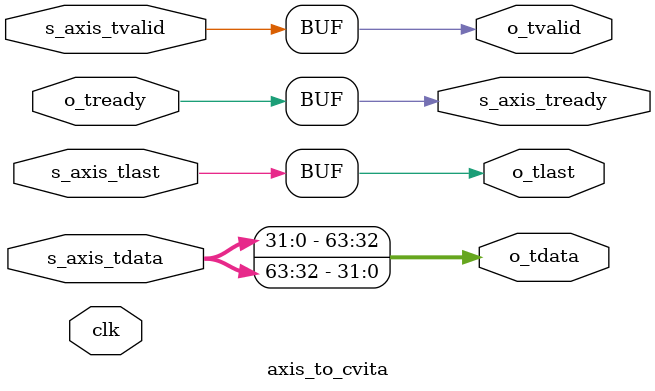
<source format=v>
`default_nettype none

module axis_to_cvita
(
        input wire           clk,

	input wire [63:0]    s_axis_tdata,
        input wire           s_axis_tlast,
        input wire           s_axis_tvalid,
        output wire          s_axis_tready,

	output wire [63:0]   o_tdata,
        output wire          o_tlast,
        output wire          o_tvalid,
        input wire           o_tready
);

	assign s_axis_tready = o_tready;

	assign o_tdata = {s_axis_tdata[31:0], s_axis_tdata[63:32]};
	assign o_tlast = s_axis_tlast;
	assign o_tvalid = s_axis_tvalid;

endmodule // axis_to_cvita

`default_nettype wire


</source>
